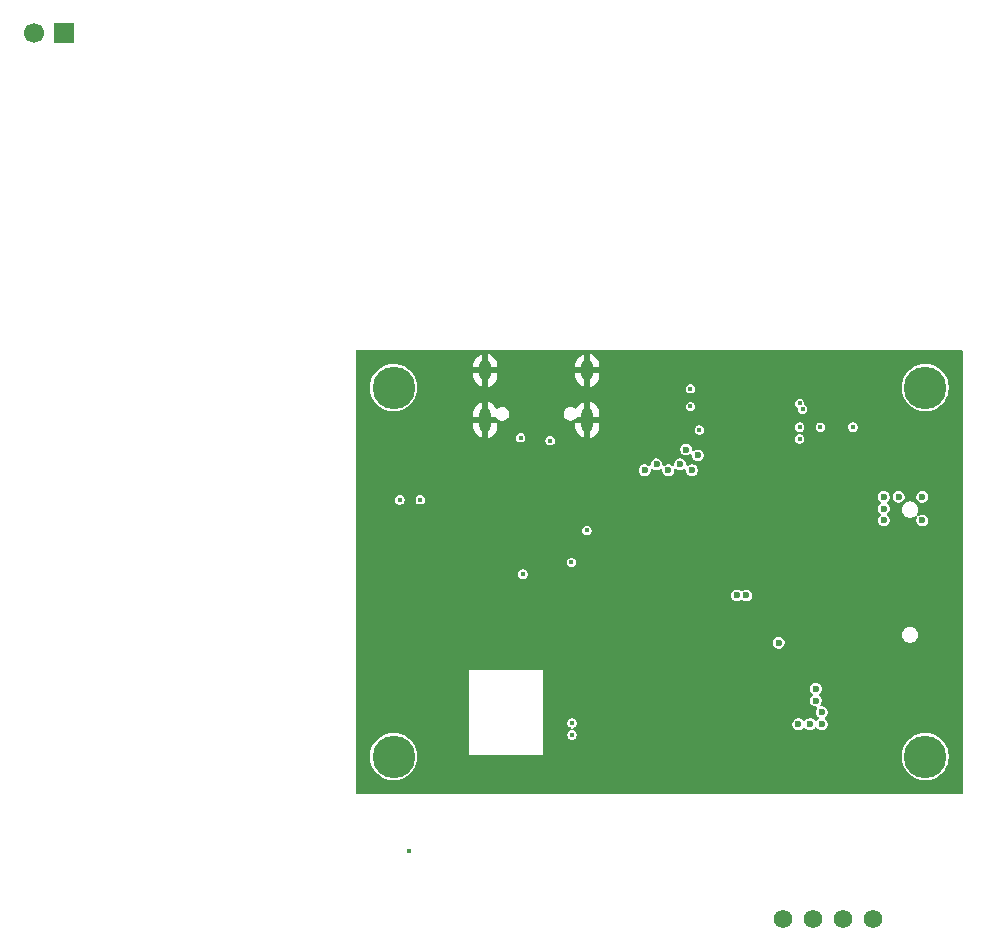
<source format=gbr>
%TF.GenerationSoftware,KiCad,Pcbnew,9.0.3*%
%TF.CreationDate,2025-08-10T22:23:36-07:00*%
%TF.ProjectId,PeripheralSOM,50657269-7068-4657-9261-6c534f4d2e6b,rev?*%
%TF.SameCoordinates,Original*%
%TF.FileFunction,Copper,L3,Inr*%
%TF.FilePolarity,Positive*%
%FSLAX46Y46*%
G04 Gerber Fmt 4.6, Leading zero omitted, Abs format (unit mm)*
G04 Created by KiCad (PCBNEW 9.0.3) date 2025-08-10 22:23:36*
%MOMM*%
%LPD*%
G01*
G04 APERTURE LIST*
%TA.AperFunction,ComponentPad*%
%ADD10C,1.574800*%
%TD*%
%TA.AperFunction,ComponentPad*%
%ADD11C,1.700000*%
%TD*%
%TA.AperFunction,ComponentPad*%
%ADD12R,1.700000X1.700000*%
%TD*%
%TA.AperFunction,ComponentPad*%
%ADD13C,3.600000*%
%TD*%
%TA.AperFunction,HeatsinkPad*%
%ADD14O,1.000000X2.100000*%
%TD*%
%TA.AperFunction,HeatsinkPad*%
%ADD15O,1.000000X1.800000*%
%TD*%
%TA.AperFunction,ViaPad*%
%ADD16C,0.600000*%
%TD*%
%TA.AperFunction,ViaPad*%
%ADD17C,0.400000*%
%TD*%
%TA.AperFunction,ViaPad*%
%ADD18C,0.450000*%
%TD*%
G04 APERTURE END LIST*
D10*
%TO.N,/MCU/SWDIO*%
%TO.C,J1*%
X154790000Y-122750000D03*
%TO.N,GND*%
X152250000Y-122750000D03*
%TO.N,/MCU/SWCLK*%
X149710000Y-122750000D03*
%TO.N,+3.3V*%
X147170000Y-122750000D03*
%TD*%
D11*
%TO.N,/CAN_L*%
%TO.C,JP1*%
X83760000Y-47700000D03*
D12*
%TO.N,Net-(JP1-A)*%
X86300000Y-47700000D03*
%TD*%
D13*
%TO.N,N/C*%
%TO.C,MH4*%
X159250000Y-109000000D03*
%TD*%
%TO.N,N/C*%
%TO.C,MH3*%
X114250000Y-109000000D03*
%TD*%
%TO.N,N/C*%
%TO.C,MH1*%
X114250000Y-77750000D03*
%TD*%
D14*
%TO.N,GND*%
%TO.C,J2*%
X130640000Y-80480000D03*
D15*
X130640000Y-76300000D03*
D14*
X122000000Y-80480000D03*
D15*
X122000000Y-76300000D03*
%TD*%
D13*
%TO.N,N/C*%
%TO.C,MH2*%
X159250000Y-77750000D03*
%TD*%
D16*
%TO.N,GND*%
X161000000Y-101750000D03*
X161000000Y-98750000D03*
X154000000Y-90750000D03*
X152750000Y-90000000D03*
X154000000Y-89250000D03*
X152750000Y-88500000D03*
X160750000Y-86000000D03*
X161750000Y-86500000D03*
X160750000Y-87000000D03*
X161750000Y-87500000D03*
%TO.N,+24V*%
X139000000Y-83000000D03*
X140000000Y-83500000D03*
X139500000Y-84750000D03*
X138500000Y-84250000D03*
X137500000Y-84750000D03*
X136500000Y-84250000D03*
X135500000Y-84750000D03*
X150000000Y-103250000D03*
X150000000Y-104250000D03*
X150500000Y-105250000D03*
X150500000Y-106250000D03*
X149500000Y-106250000D03*
X148500000Y-106250000D03*
%TO.N,+24V_EXT*%
X159000000Y-89000000D03*
X159000000Y-87000000D03*
X157000000Y-87000000D03*
X155750000Y-89000000D03*
X155750000Y-88000000D03*
X155750000Y-87000000D03*
%TO.N,GND*%
X161750000Y-101000000D03*
X160250000Y-101000000D03*
X161000000Y-100250000D03*
X160250000Y-99500000D03*
X161750000Y-99500000D03*
D17*
X115302500Y-83700000D03*
X132500000Y-91750000D03*
X115302500Y-84442500D03*
X114500000Y-84442500D03*
X116100000Y-85200000D03*
X121250000Y-89750000D03*
X118250000Y-89750000D03*
X116100000Y-83700000D03*
X115302500Y-85200000D03*
X114500000Y-85200000D03*
X116100000Y-84442500D03*
X114500000Y-83700000D03*
%TO.N,GNDA*%
X129350000Y-106150000D03*
%TO.N,VDDA*%
X129350000Y-107150000D03*
%TO.N,+5V*%
X125187500Y-93550000D03*
%TO.N,/PowerDist/PowerProtection/UVLO*%
X148624000Y-82100000D03*
%TO.N,/PowerDist/PowerProtection/OVP*%
X148624000Y-81100000D03*
X150374000Y-81100000D03*
%TO.N,/USB/CC1*%
X127500000Y-82250000D03*
%TO.N,/USB/CC2*%
X125000000Y-82000000D03*
%TO.N,Net-(SW2-B)*%
X115550000Y-117000000D03*
%TO.N,/PowerDist/PowerProtection/MODE*%
X148874000Y-79600000D03*
%TO.N,/PowerDist/PowerProtection/SHDN*%
X148624000Y-79100000D03*
X153124000Y-81100000D03*
%TO.N,/PowerDist/PowerProtection/ILIM*%
X139374000Y-79350000D03*
%TO.N,/PowerDist/PowerProtection/IMON*%
X139374000Y-77850000D03*
D16*
%TO.N,Net-(D1-K)*%
X143300000Y-95350000D03*
X144100000Y-95350000D03*
%TO.N,Net-(U2-BOOT)*%
X146850000Y-99350000D03*
D17*
%TO.N,Net-(U7-DVDT)*%
X140124000Y-81350000D03*
D18*
%TO.N,/USB/RST*%
X114750000Y-87250000D03*
D17*
%TO.N,/USB/VBUS*%
X116500000Y-87250000D03*
%TO.N,/PowerDist/ILIM*%
X130600000Y-89850000D03*
%TO.N,/PowerDist/STAT*%
X129300000Y-92550000D03*
%TD*%
%TA.AperFunction,Conductor*%
%TO.N,GND*%
G36*
X162392539Y-74570185D02*
G01*
X162438294Y-74622989D01*
X162449500Y-74674500D01*
X162449500Y-112075500D01*
X162429815Y-112142539D01*
X162377011Y-112188294D01*
X162325500Y-112199500D01*
X111174500Y-112199500D01*
X111107461Y-112179815D01*
X111061706Y-112127011D01*
X111050500Y-112075500D01*
X111050500Y-108868872D01*
X112249500Y-108868872D01*
X112249500Y-109131127D01*
X112276123Y-109333339D01*
X112283730Y-109391116D01*
X112351602Y-109644418D01*
X112351605Y-109644428D01*
X112451953Y-109886690D01*
X112451958Y-109886700D01*
X112583075Y-110113803D01*
X112742718Y-110321851D01*
X112742726Y-110321860D01*
X112928140Y-110507274D01*
X112928148Y-110507281D01*
X113136196Y-110666924D01*
X113363299Y-110798041D01*
X113363309Y-110798046D01*
X113605571Y-110898394D01*
X113605581Y-110898398D01*
X113858884Y-110966270D01*
X114118880Y-111000500D01*
X114118887Y-111000500D01*
X114381113Y-111000500D01*
X114381120Y-111000500D01*
X114641116Y-110966270D01*
X114894419Y-110898398D01*
X115136697Y-110798043D01*
X115363803Y-110666924D01*
X115571851Y-110507282D01*
X115571855Y-110507277D01*
X115571860Y-110507274D01*
X115757274Y-110321860D01*
X115757277Y-110321855D01*
X115757282Y-110321851D01*
X115916924Y-110113803D01*
X116048043Y-109886697D01*
X116148398Y-109644419D01*
X116216270Y-109391116D01*
X116250500Y-109131120D01*
X116250500Y-108900000D01*
X120600000Y-108900000D01*
X126850000Y-108900000D01*
X126850000Y-108868872D01*
X157249500Y-108868872D01*
X157249500Y-109131127D01*
X157276123Y-109333339D01*
X157283730Y-109391116D01*
X157351602Y-109644418D01*
X157351605Y-109644428D01*
X157451953Y-109886690D01*
X157451958Y-109886700D01*
X157583075Y-110113803D01*
X157742718Y-110321851D01*
X157742726Y-110321860D01*
X157928140Y-110507274D01*
X157928148Y-110507281D01*
X158136196Y-110666924D01*
X158363299Y-110798041D01*
X158363309Y-110798046D01*
X158605571Y-110898394D01*
X158605581Y-110898398D01*
X158858884Y-110966270D01*
X159118880Y-111000500D01*
X159118887Y-111000500D01*
X159381113Y-111000500D01*
X159381120Y-111000500D01*
X159641116Y-110966270D01*
X159894419Y-110898398D01*
X160136697Y-110798043D01*
X160363803Y-110666924D01*
X160571851Y-110507282D01*
X160571855Y-110507277D01*
X160571860Y-110507274D01*
X160757274Y-110321860D01*
X160757277Y-110321855D01*
X160757282Y-110321851D01*
X160916924Y-110113803D01*
X161048043Y-109886697D01*
X161148398Y-109644419D01*
X161216270Y-109391116D01*
X161250500Y-109131120D01*
X161250500Y-108868880D01*
X161216270Y-108608884D01*
X161148398Y-108355581D01*
X161148394Y-108355571D01*
X161048046Y-108113309D01*
X161048041Y-108113299D01*
X160916924Y-107886196D01*
X160757281Y-107678148D01*
X160757274Y-107678140D01*
X160571860Y-107492726D01*
X160571851Y-107492718D01*
X160363803Y-107333075D01*
X160136700Y-107201958D01*
X160136690Y-107201953D01*
X159894428Y-107101605D01*
X159894421Y-107101603D01*
X159894419Y-107101602D01*
X159641116Y-107033730D01*
X159583339Y-107026123D01*
X159381127Y-106999500D01*
X159381120Y-106999500D01*
X159118880Y-106999500D01*
X159118872Y-106999500D01*
X158887772Y-107029926D01*
X158858884Y-107033730D01*
X158621737Y-107097273D01*
X158605581Y-107101602D01*
X158605571Y-107101605D01*
X158363309Y-107201953D01*
X158363299Y-107201958D01*
X158136196Y-107333075D01*
X157928148Y-107492718D01*
X157742718Y-107678148D01*
X157583075Y-107886196D01*
X157451958Y-108113299D01*
X157451953Y-108113309D01*
X157351605Y-108355571D01*
X157351602Y-108355581D01*
X157283730Y-108608885D01*
X157249500Y-108868872D01*
X126850000Y-108868872D01*
X126850000Y-106097273D01*
X128949500Y-106097273D01*
X128949500Y-106202727D01*
X128976793Y-106304587D01*
X129029520Y-106395913D01*
X129104087Y-106470480D01*
X129195413Y-106523207D01*
X129221606Y-106530225D01*
X129281267Y-106566590D01*
X129311796Y-106629437D01*
X129303501Y-106698812D01*
X129259016Y-106752690D01*
X129221607Y-106769774D01*
X129195417Y-106776792D01*
X129195413Y-106776793D01*
X129195410Y-106776794D01*
X129104085Y-106829521D01*
X129029521Y-106904085D01*
X128976794Y-106995410D01*
X128976793Y-106995413D01*
X128949500Y-107097273D01*
X128949500Y-107202727D01*
X128976793Y-107304587D01*
X129029520Y-107395913D01*
X129104087Y-107470480D01*
X129195413Y-107523207D01*
X129297273Y-107550500D01*
X129297275Y-107550500D01*
X129402725Y-107550500D01*
X129402727Y-107550500D01*
X129504587Y-107523207D01*
X129595913Y-107470480D01*
X129670480Y-107395913D01*
X129723207Y-107304587D01*
X129750500Y-107202727D01*
X129750500Y-107097273D01*
X129723207Y-106995413D01*
X129670480Y-106904087D01*
X129595913Y-106829520D01*
X129504587Y-106776793D01*
X129504585Y-106776792D01*
X129488979Y-106772611D01*
X129478393Y-106769774D01*
X129418733Y-106733411D01*
X129388203Y-106670564D01*
X129396497Y-106601188D01*
X129440982Y-106547310D01*
X129478392Y-106530225D01*
X129504587Y-106523207D01*
X129595913Y-106470480D01*
X129670480Y-106395913D01*
X129723207Y-106304587D01*
X129750500Y-106202727D01*
X129750500Y-106184108D01*
X147999500Y-106184108D01*
X147999500Y-106315891D01*
X148033608Y-106443187D01*
X148049365Y-106470478D01*
X148099500Y-106557314D01*
X148192686Y-106650500D01*
X148306814Y-106716392D01*
X148434108Y-106750500D01*
X148434110Y-106750500D01*
X148565890Y-106750500D01*
X148565892Y-106750500D01*
X148693186Y-106716392D01*
X148807314Y-106650500D01*
X148900500Y-106557314D01*
X148900504Y-106557306D01*
X148901625Y-106555847D01*
X148902892Y-106554921D01*
X148906247Y-106551567D01*
X148906770Y-106552090D01*
X148958053Y-106514645D01*
X149027799Y-106510491D01*
X149088719Y-106544704D01*
X149098375Y-106555847D01*
X149099498Y-106557311D01*
X149099500Y-106557314D01*
X149192686Y-106650500D01*
X149306814Y-106716392D01*
X149434108Y-106750500D01*
X149434110Y-106750500D01*
X149565890Y-106750500D01*
X149565892Y-106750500D01*
X149693186Y-106716392D01*
X149807314Y-106650500D01*
X149900500Y-106557314D01*
X149900504Y-106557306D01*
X149901625Y-106555847D01*
X149902892Y-106554921D01*
X149906247Y-106551567D01*
X149906770Y-106552090D01*
X149958053Y-106514645D01*
X150027799Y-106510491D01*
X150088719Y-106544704D01*
X150098375Y-106555847D01*
X150099498Y-106557311D01*
X150099500Y-106557314D01*
X150192686Y-106650500D01*
X150306814Y-106716392D01*
X150434108Y-106750500D01*
X150434110Y-106750500D01*
X150565890Y-106750500D01*
X150565892Y-106750500D01*
X150693186Y-106716392D01*
X150807314Y-106650500D01*
X150900500Y-106557314D01*
X150966392Y-106443186D01*
X151000500Y-106315892D01*
X151000500Y-106184108D01*
X150966392Y-106056814D01*
X150900500Y-105942686D01*
X150807314Y-105849500D01*
X150807311Y-105849498D01*
X150805847Y-105848375D01*
X150804921Y-105847107D01*
X150801567Y-105843753D01*
X150802090Y-105843229D01*
X150764645Y-105791947D01*
X150760491Y-105722201D01*
X150794704Y-105661281D01*
X150805847Y-105651625D01*
X150807306Y-105650504D01*
X150807314Y-105650500D01*
X150900500Y-105557314D01*
X150966392Y-105443186D01*
X151000500Y-105315892D01*
X151000500Y-105184108D01*
X150966392Y-105056814D01*
X150900500Y-104942686D01*
X150807314Y-104849500D01*
X150750250Y-104816554D01*
X150693187Y-104783608D01*
X150629539Y-104766554D01*
X150565892Y-104749500D01*
X150504315Y-104749500D01*
X150437276Y-104729815D01*
X150391521Y-104677011D01*
X150381577Y-104607853D01*
X150396928Y-104563499D01*
X150400497Y-104557316D01*
X150400500Y-104557314D01*
X150466392Y-104443186D01*
X150500500Y-104315892D01*
X150500500Y-104184108D01*
X150466392Y-104056814D01*
X150400500Y-103942686D01*
X150307314Y-103849500D01*
X150307311Y-103849498D01*
X150305847Y-103848375D01*
X150304921Y-103847107D01*
X150301567Y-103843753D01*
X150302090Y-103843229D01*
X150264645Y-103791947D01*
X150260491Y-103722201D01*
X150294704Y-103661281D01*
X150305847Y-103651625D01*
X150307306Y-103650504D01*
X150307314Y-103650500D01*
X150400500Y-103557314D01*
X150466392Y-103443186D01*
X150500500Y-103315892D01*
X150500500Y-103184108D01*
X150466392Y-103056814D01*
X150400500Y-102942686D01*
X150307314Y-102849500D01*
X150250250Y-102816554D01*
X150193187Y-102783608D01*
X150129539Y-102766554D01*
X150065892Y-102749500D01*
X149934108Y-102749500D01*
X149806812Y-102783608D01*
X149692686Y-102849500D01*
X149692683Y-102849502D01*
X149599502Y-102942683D01*
X149599500Y-102942686D01*
X149533608Y-103056812D01*
X149499500Y-103184108D01*
X149499500Y-103315891D01*
X149533608Y-103443187D01*
X149566554Y-103500250D01*
X149599500Y-103557314D01*
X149599502Y-103557316D01*
X149692687Y-103650501D01*
X149694158Y-103651630D01*
X149695083Y-103652897D01*
X149698433Y-103656247D01*
X149697910Y-103656769D01*
X149735356Y-103708060D01*
X149739506Y-103777807D01*
X149705289Y-103838725D01*
X149694158Y-103848370D01*
X149692687Y-103849498D01*
X149599502Y-103942683D01*
X149599500Y-103942686D01*
X149533608Y-104056812D01*
X149499500Y-104184108D01*
X149499500Y-104315891D01*
X149533608Y-104443187D01*
X149566554Y-104500250D01*
X149599500Y-104557314D01*
X149692686Y-104650500D01*
X149806814Y-104716392D01*
X149934108Y-104750500D01*
X149934110Y-104750500D01*
X149995685Y-104750500D01*
X150062724Y-104770185D01*
X150108479Y-104822989D01*
X150118423Y-104892147D01*
X150103072Y-104936501D01*
X150099502Y-104942683D01*
X150099500Y-104942686D01*
X150069509Y-104994630D01*
X150033608Y-105056812D01*
X149999500Y-105184108D01*
X149999500Y-105315891D01*
X150033608Y-105443187D01*
X150066554Y-105500250D01*
X150099500Y-105557314D01*
X150099502Y-105557316D01*
X150192687Y-105650501D01*
X150194158Y-105651630D01*
X150195083Y-105652897D01*
X150198433Y-105656247D01*
X150197910Y-105656769D01*
X150204241Y-105665442D01*
X150217931Y-105675690D01*
X150224414Y-105693073D01*
X150235356Y-105708060D01*
X150236371Y-105725131D01*
X150242348Y-105741154D01*
X150238403Y-105759284D01*
X150239506Y-105777807D01*
X150231055Y-105793065D01*
X150227496Y-105809427D01*
X150211909Y-105827634D01*
X150206345Y-105837681D01*
X150197039Y-105846986D01*
X150192686Y-105849500D01*
X150099500Y-105942686D01*
X150096986Y-105947039D01*
X150087681Y-105956345D01*
X150063862Y-105969350D01*
X150041940Y-105985356D01*
X150033647Y-105985849D01*
X150026358Y-105989830D01*
X149999285Y-105987893D01*
X149972193Y-105989506D01*
X149964951Y-105985438D01*
X149956666Y-105984846D01*
X149934938Y-105968580D01*
X149911275Y-105955289D01*
X149901630Y-105944158D01*
X149900501Y-105942687D01*
X149807316Y-105849502D01*
X149807314Y-105849500D01*
X149737906Y-105809427D01*
X149693187Y-105783608D01*
X149629539Y-105766554D01*
X149565892Y-105749500D01*
X149434108Y-105749500D01*
X149306812Y-105783608D01*
X149192686Y-105849500D01*
X149192683Y-105849502D01*
X149099498Y-105942687D01*
X149098370Y-105944158D01*
X149097102Y-105945083D01*
X149093753Y-105948433D01*
X149093230Y-105947910D01*
X149041940Y-105985356D01*
X148972193Y-105989506D01*
X148911275Y-105955289D01*
X148901630Y-105944158D01*
X148900501Y-105942687D01*
X148807316Y-105849502D01*
X148807314Y-105849500D01*
X148737906Y-105809427D01*
X148693187Y-105783608D01*
X148629539Y-105766554D01*
X148565892Y-105749500D01*
X148434108Y-105749500D01*
X148306812Y-105783608D01*
X148192686Y-105849500D01*
X148192683Y-105849502D01*
X148099502Y-105942683D01*
X148099500Y-105942686D01*
X148033608Y-106056812D01*
X147999500Y-106184108D01*
X129750500Y-106184108D01*
X129750500Y-106097273D01*
X129723207Y-105995413D01*
X129670480Y-105904087D01*
X129595913Y-105829520D01*
X129516391Y-105783608D01*
X129504589Y-105776794D01*
X129504588Y-105776793D01*
X129504587Y-105776793D01*
X129402727Y-105749500D01*
X129297273Y-105749500D01*
X129195413Y-105776793D01*
X129195410Y-105776794D01*
X129104085Y-105829521D01*
X129029521Y-105904085D01*
X128976794Y-105995410D01*
X128976793Y-105995413D01*
X128949500Y-106097273D01*
X126850000Y-106097273D01*
X126850000Y-101650000D01*
X120600000Y-101650000D01*
X120600000Y-108900000D01*
X116250500Y-108900000D01*
X116250500Y-108868880D01*
X116216270Y-108608884D01*
X116148398Y-108355581D01*
X116148394Y-108355571D01*
X116048046Y-108113309D01*
X116048041Y-108113299D01*
X115916924Y-107886196D01*
X115757281Y-107678148D01*
X115757274Y-107678140D01*
X115571860Y-107492726D01*
X115571851Y-107492718D01*
X115363803Y-107333075D01*
X115136700Y-107201958D01*
X115136690Y-107201953D01*
X114894428Y-107101605D01*
X114894421Y-107101603D01*
X114894419Y-107101602D01*
X114641116Y-107033730D01*
X114583339Y-107026123D01*
X114381127Y-106999500D01*
X114381120Y-106999500D01*
X114118880Y-106999500D01*
X114118872Y-106999500D01*
X113887772Y-107029926D01*
X113858884Y-107033730D01*
X113621737Y-107097273D01*
X113605581Y-107101602D01*
X113605571Y-107101605D01*
X113363309Y-107201953D01*
X113363299Y-107201958D01*
X113136196Y-107333075D01*
X112928148Y-107492718D01*
X112742718Y-107678148D01*
X112583075Y-107886196D01*
X112451958Y-108113299D01*
X112451953Y-108113309D01*
X112351605Y-108355571D01*
X112351602Y-108355581D01*
X112283730Y-108608885D01*
X112249500Y-108868872D01*
X111050500Y-108868872D01*
X111050500Y-99284108D01*
X146349500Y-99284108D01*
X146349500Y-99415891D01*
X146383608Y-99543187D01*
X146416554Y-99600250D01*
X146449500Y-99657314D01*
X146542686Y-99750500D01*
X146656814Y-99816392D01*
X146784108Y-99850500D01*
X146784110Y-99850500D01*
X146915890Y-99850500D01*
X146915892Y-99850500D01*
X147043186Y-99816392D01*
X147157314Y-99750500D01*
X147250500Y-99657314D01*
X147316392Y-99543186D01*
X147350500Y-99415892D01*
X147350500Y-99284108D01*
X147316392Y-99156814D01*
X147250500Y-99042686D01*
X147157314Y-98949500D01*
X147100250Y-98916554D01*
X147043187Y-98883608D01*
X146979539Y-98866554D01*
X146915892Y-98849500D01*
X146784108Y-98849500D01*
X146656812Y-98883608D01*
X146542686Y-98949500D01*
X146542683Y-98949502D01*
X146449502Y-99042683D01*
X146449500Y-99042686D01*
X146383608Y-99156812D01*
X146349500Y-99284108D01*
X111050500Y-99284108D01*
X111050500Y-98741927D01*
X157270499Y-98741927D01*
X157296611Y-98873197D01*
X157296614Y-98873207D01*
X157347831Y-98996857D01*
X157347838Y-98996870D01*
X157422197Y-99108155D01*
X157422200Y-99108159D01*
X157516840Y-99202799D01*
X157516844Y-99202802D01*
X157628129Y-99277161D01*
X157628142Y-99277168D01*
X157751792Y-99328385D01*
X157751797Y-99328387D01*
X157751801Y-99328387D01*
X157751802Y-99328388D01*
X157883072Y-99354500D01*
X157883075Y-99354500D01*
X158016927Y-99354500D01*
X158105244Y-99336932D01*
X158148203Y-99328387D01*
X158271864Y-99277165D01*
X158383156Y-99202802D01*
X158477802Y-99108156D01*
X158552165Y-98996864D01*
X158603387Y-98873203D01*
X158629500Y-98741925D01*
X158629500Y-98608075D01*
X158629500Y-98608072D01*
X158603388Y-98476802D01*
X158603387Y-98476801D01*
X158603387Y-98476797D01*
X158603385Y-98476792D01*
X158552168Y-98353142D01*
X158552161Y-98353129D01*
X158477802Y-98241844D01*
X158477799Y-98241840D01*
X158383159Y-98147200D01*
X158383155Y-98147197D01*
X158271870Y-98072838D01*
X158271857Y-98072831D01*
X158148207Y-98021614D01*
X158148197Y-98021611D01*
X158016927Y-97995500D01*
X158016925Y-97995500D01*
X157883075Y-97995500D01*
X157883073Y-97995500D01*
X157751802Y-98021611D01*
X157751792Y-98021614D01*
X157628142Y-98072831D01*
X157628129Y-98072838D01*
X157516844Y-98147197D01*
X157516840Y-98147200D01*
X157422200Y-98241840D01*
X157422197Y-98241844D01*
X157347838Y-98353129D01*
X157347831Y-98353142D01*
X157296614Y-98476792D01*
X157296611Y-98476802D01*
X157270500Y-98608072D01*
X157270500Y-98608075D01*
X157270500Y-98741925D01*
X157270500Y-98741927D01*
X157270499Y-98741927D01*
X111050500Y-98741927D01*
X111050500Y-95284108D01*
X142799500Y-95284108D01*
X142799500Y-95415891D01*
X142833608Y-95543187D01*
X142866554Y-95600250D01*
X142899500Y-95657314D01*
X142992686Y-95750500D01*
X143106814Y-95816392D01*
X143234108Y-95850500D01*
X143234110Y-95850500D01*
X143365890Y-95850500D01*
X143365892Y-95850500D01*
X143493186Y-95816392D01*
X143607314Y-95750500D01*
X143612319Y-95745495D01*
X143673642Y-95712010D01*
X143743334Y-95716994D01*
X143787681Y-95745495D01*
X143792686Y-95750500D01*
X143906814Y-95816392D01*
X144034108Y-95850500D01*
X144034110Y-95850500D01*
X144165890Y-95850500D01*
X144165892Y-95850500D01*
X144293186Y-95816392D01*
X144407314Y-95750500D01*
X144500500Y-95657314D01*
X144566392Y-95543186D01*
X144600500Y-95415892D01*
X144600500Y-95284108D01*
X144566392Y-95156814D01*
X144500500Y-95042686D01*
X144407314Y-94949500D01*
X144350250Y-94916554D01*
X144293187Y-94883608D01*
X144229539Y-94866554D01*
X144165892Y-94849500D01*
X144034108Y-94849500D01*
X143906812Y-94883608D01*
X143792686Y-94949500D01*
X143792683Y-94949502D01*
X143787681Y-94954505D01*
X143726358Y-94987990D01*
X143656666Y-94983006D01*
X143612319Y-94954505D01*
X143607316Y-94949502D01*
X143607314Y-94949500D01*
X143550250Y-94916554D01*
X143493187Y-94883608D01*
X143429539Y-94866554D01*
X143365892Y-94849500D01*
X143234108Y-94849500D01*
X143106812Y-94883608D01*
X142992686Y-94949500D01*
X142992683Y-94949502D01*
X142899502Y-95042683D01*
X142899500Y-95042686D01*
X142833608Y-95156812D01*
X142799500Y-95284108D01*
X111050500Y-95284108D01*
X111050500Y-93497273D01*
X124787000Y-93497273D01*
X124787000Y-93602727D01*
X124814293Y-93704587D01*
X124867020Y-93795913D01*
X124941587Y-93870480D01*
X125032913Y-93923207D01*
X125134773Y-93950500D01*
X125134775Y-93950500D01*
X125240225Y-93950500D01*
X125240227Y-93950500D01*
X125342087Y-93923207D01*
X125433413Y-93870480D01*
X125507980Y-93795913D01*
X125560707Y-93704587D01*
X125588000Y-93602727D01*
X125588000Y-93497273D01*
X125560707Y-93395413D01*
X125507980Y-93304087D01*
X125433413Y-93229520D01*
X125342087Y-93176793D01*
X125240227Y-93149500D01*
X125134773Y-93149500D01*
X125032913Y-93176793D01*
X125032910Y-93176794D01*
X124941585Y-93229521D01*
X124867021Y-93304085D01*
X124814294Y-93395410D01*
X124814293Y-93395413D01*
X124787000Y-93497273D01*
X111050500Y-93497273D01*
X111050500Y-92497273D01*
X128899500Y-92497273D01*
X128899500Y-92602727D01*
X128926793Y-92704587D01*
X128979520Y-92795913D01*
X129054087Y-92870480D01*
X129145413Y-92923207D01*
X129247273Y-92950500D01*
X129247275Y-92950500D01*
X129352725Y-92950500D01*
X129352727Y-92950500D01*
X129454587Y-92923207D01*
X129545913Y-92870480D01*
X129620480Y-92795913D01*
X129673207Y-92704587D01*
X129700500Y-92602727D01*
X129700500Y-92497273D01*
X129673207Y-92395413D01*
X129620480Y-92304087D01*
X129545913Y-92229520D01*
X129454587Y-92176793D01*
X129352727Y-92149500D01*
X129247273Y-92149500D01*
X129145413Y-92176793D01*
X129145410Y-92176794D01*
X129054085Y-92229521D01*
X128979521Y-92304085D01*
X128926794Y-92395410D01*
X128926793Y-92395413D01*
X128899500Y-92497273D01*
X111050500Y-92497273D01*
X111050500Y-89797273D01*
X130199500Y-89797273D01*
X130199500Y-89902727D01*
X130226793Y-90004587D01*
X130279520Y-90095913D01*
X130354087Y-90170480D01*
X130445413Y-90223207D01*
X130547273Y-90250500D01*
X130547275Y-90250500D01*
X130652725Y-90250500D01*
X130652727Y-90250500D01*
X130754587Y-90223207D01*
X130845913Y-90170480D01*
X130920480Y-90095913D01*
X130973207Y-90004587D01*
X131000500Y-89902727D01*
X131000500Y-89797273D01*
X130973207Y-89695413D01*
X130920480Y-89604087D01*
X130845913Y-89529520D01*
X130754587Y-89476793D01*
X130652727Y-89449500D01*
X130547273Y-89449500D01*
X130445413Y-89476793D01*
X130445410Y-89476794D01*
X130354085Y-89529521D01*
X130279521Y-89604085D01*
X130226794Y-89695410D01*
X130226793Y-89695413D01*
X130199500Y-89797273D01*
X111050500Y-89797273D01*
X111050500Y-87193982D01*
X114324500Y-87193982D01*
X114324500Y-87306018D01*
X114350912Y-87404587D01*
X114353497Y-87414236D01*
X114353498Y-87414239D01*
X114357756Y-87421614D01*
X114409515Y-87511263D01*
X114488737Y-87590485D01*
X114585763Y-87646503D01*
X114693982Y-87675500D01*
X114693984Y-87675500D01*
X114806016Y-87675500D01*
X114806018Y-87675500D01*
X114914237Y-87646503D01*
X115011263Y-87590485D01*
X115090485Y-87511263D01*
X115146503Y-87414237D01*
X115175500Y-87306018D01*
X115175500Y-87197273D01*
X116099500Y-87197273D01*
X116099500Y-87302727D01*
X116126000Y-87401625D01*
X116126793Y-87404586D01*
X116126794Y-87404589D01*
X116140922Y-87429059D01*
X116179520Y-87495913D01*
X116254087Y-87570480D01*
X116345413Y-87623207D01*
X116447273Y-87650500D01*
X116447275Y-87650500D01*
X116552725Y-87650500D01*
X116552727Y-87650500D01*
X116654587Y-87623207D01*
X116745913Y-87570480D01*
X116820480Y-87495913D01*
X116873207Y-87404587D01*
X116900500Y-87302727D01*
X116900500Y-87197273D01*
X116873207Y-87095413D01*
X116820480Y-87004087D01*
X116750501Y-86934108D01*
X155249500Y-86934108D01*
X155249500Y-87065892D01*
X155257409Y-87095410D01*
X155283608Y-87193187D01*
X155316554Y-87250250D01*
X155349500Y-87307314D01*
X155349502Y-87307316D01*
X155442687Y-87400501D01*
X155444158Y-87401630D01*
X155445083Y-87402897D01*
X155448433Y-87406247D01*
X155447910Y-87406769D01*
X155485356Y-87458060D01*
X155489506Y-87527807D01*
X155455289Y-87588725D01*
X155444158Y-87598370D01*
X155442687Y-87599498D01*
X155349502Y-87692683D01*
X155349500Y-87692686D01*
X155283608Y-87806812D01*
X155249500Y-87934108D01*
X155249500Y-88065891D01*
X155283608Y-88193187D01*
X155316554Y-88250250D01*
X155349500Y-88307314D01*
X155349502Y-88307316D01*
X155442687Y-88400501D01*
X155444158Y-88401630D01*
X155445083Y-88402897D01*
X155448433Y-88406247D01*
X155447910Y-88406769D01*
X155485356Y-88458060D01*
X155489506Y-88527807D01*
X155455289Y-88588725D01*
X155444158Y-88598370D01*
X155442687Y-88599498D01*
X155349502Y-88692683D01*
X155349500Y-88692686D01*
X155283608Y-88806812D01*
X155249500Y-88934108D01*
X155249500Y-89065891D01*
X155283608Y-89193187D01*
X155316554Y-89250250D01*
X155349500Y-89307314D01*
X155442686Y-89400500D01*
X155556814Y-89466392D01*
X155684108Y-89500500D01*
X155684110Y-89500500D01*
X155815890Y-89500500D01*
X155815892Y-89500500D01*
X155943186Y-89466392D01*
X156057314Y-89400500D01*
X156150500Y-89307314D01*
X156216392Y-89193186D01*
X156250500Y-89065892D01*
X156250500Y-88934108D01*
X156216392Y-88806814D01*
X156150500Y-88692686D01*
X156057314Y-88599500D01*
X156057311Y-88599498D01*
X156055847Y-88598375D01*
X156054921Y-88597107D01*
X156051567Y-88593753D01*
X156052090Y-88593229D01*
X156014645Y-88541947D01*
X156010491Y-88472201D01*
X156044704Y-88411281D01*
X156055847Y-88401625D01*
X156057306Y-88400504D01*
X156057314Y-88400500D01*
X156150500Y-88307314D01*
X156216392Y-88193186D01*
X156230127Y-88141927D01*
X157270499Y-88141927D01*
X157296611Y-88273197D01*
X157296614Y-88273207D01*
X157347831Y-88396857D01*
X157347838Y-88396870D01*
X157422197Y-88508155D01*
X157422200Y-88508159D01*
X157516840Y-88602799D01*
X157516844Y-88602802D01*
X157628129Y-88677161D01*
X157628142Y-88677168D01*
X157743651Y-88725013D01*
X157751797Y-88728387D01*
X157751801Y-88728387D01*
X157751802Y-88728388D01*
X157883072Y-88754500D01*
X157883075Y-88754500D01*
X158016927Y-88754500D01*
X158105244Y-88736932D01*
X158148203Y-88728387D01*
X158271864Y-88677165D01*
X158377684Y-88606457D01*
X158444359Y-88585581D01*
X158511739Y-88604065D01*
X158558430Y-88656044D01*
X158569606Y-88725013D01*
X158553961Y-88771560D01*
X158533608Y-88806811D01*
X158499500Y-88934108D01*
X158499500Y-89065891D01*
X158533608Y-89193187D01*
X158566554Y-89250250D01*
X158599500Y-89307314D01*
X158692686Y-89400500D01*
X158806814Y-89466392D01*
X158934108Y-89500500D01*
X158934110Y-89500500D01*
X159065890Y-89500500D01*
X159065892Y-89500500D01*
X159193186Y-89466392D01*
X159307314Y-89400500D01*
X159400500Y-89307314D01*
X159466392Y-89193186D01*
X159500500Y-89065892D01*
X159500500Y-88934108D01*
X159466392Y-88806814D01*
X159400500Y-88692686D01*
X159307314Y-88599500D01*
X159207630Y-88541947D01*
X159193187Y-88533608D01*
X159098208Y-88508159D01*
X159065892Y-88499500D01*
X158934108Y-88499500D01*
X158806814Y-88533608D01*
X158806813Y-88533608D01*
X158806811Y-88533609D01*
X158806810Y-88533609D01*
X158704033Y-88592948D01*
X158636133Y-88609421D01*
X158570106Y-88586568D01*
X158526915Y-88531647D01*
X158520274Y-88462094D01*
X158538932Y-88416668D01*
X158552165Y-88396864D01*
X158603387Y-88273203D01*
X158619303Y-88193187D01*
X158629500Y-88141927D01*
X158629500Y-88008072D01*
X158603388Y-87876802D01*
X158603387Y-87876801D01*
X158603387Y-87876797D01*
X158574399Y-87806814D01*
X158552168Y-87753142D01*
X158552161Y-87753129D01*
X158477802Y-87641844D01*
X158477799Y-87641840D01*
X158383159Y-87547200D01*
X158383155Y-87547197D01*
X158271870Y-87472838D01*
X158271857Y-87472831D01*
X158148207Y-87421614D01*
X158148197Y-87421611D01*
X158016927Y-87395500D01*
X158016925Y-87395500D01*
X157883075Y-87395500D01*
X157883073Y-87395500D01*
X157751802Y-87421611D01*
X157751792Y-87421614D01*
X157628142Y-87472831D01*
X157628129Y-87472838D01*
X157516844Y-87547197D01*
X157516840Y-87547200D01*
X157422200Y-87641840D01*
X157422197Y-87641844D01*
X157347838Y-87753129D01*
X157347831Y-87753142D01*
X157296614Y-87876792D01*
X157296611Y-87876802D01*
X157270500Y-88008072D01*
X157270500Y-88008075D01*
X157270500Y-88141925D01*
X157270500Y-88141927D01*
X157270499Y-88141927D01*
X156230127Y-88141927D01*
X156250500Y-88065892D01*
X156250500Y-87934108D01*
X156216392Y-87806814D01*
X156150500Y-87692686D01*
X156057314Y-87599500D01*
X156057311Y-87599498D01*
X156055847Y-87598375D01*
X156054921Y-87597107D01*
X156051567Y-87593753D01*
X156052090Y-87593229D01*
X156014645Y-87541947D01*
X156010491Y-87472201D01*
X156044704Y-87411281D01*
X156055847Y-87401625D01*
X156057306Y-87400504D01*
X156057314Y-87400500D01*
X156150500Y-87307314D01*
X156216392Y-87193186D01*
X156250500Y-87065892D01*
X156250500Y-86934108D01*
X156499500Y-86934108D01*
X156499500Y-87065892D01*
X156507409Y-87095410D01*
X156533608Y-87193187D01*
X156566554Y-87250250D01*
X156599500Y-87307314D01*
X156692686Y-87400500D01*
X156806814Y-87466392D01*
X156934108Y-87500500D01*
X156934110Y-87500500D01*
X157065890Y-87500500D01*
X157065892Y-87500500D01*
X157193186Y-87466392D01*
X157307314Y-87400500D01*
X157400500Y-87307314D01*
X157466392Y-87193186D01*
X157500500Y-87065892D01*
X157500500Y-86934108D01*
X158499500Y-86934108D01*
X158499500Y-87065892D01*
X158507409Y-87095410D01*
X158533608Y-87193187D01*
X158566554Y-87250250D01*
X158599500Y-87307314D01*
X158692686Y-87400500D01*
X158806814Y-87466392D01*
X158934108Y-87500500D01*
X158934110Y-87500500D01*
X159065890Y-87500500D01*
X159065892Y-87500500D01*
X159193186Y-87466392D01*
X159307314Y-87400500D01*
X159400500Y-87307314D01*
X159466392Y-87193186D01*
X159500500Y-87065892D01*
X159500500Y-86934108D01*
X159466392Y-86806814D01*
X159400500Y-86692686D01*
X159307314Y-86599500D01*
X159250250Y-86566554D01*
X159193187Y-86533608D01*
X159129539Y-86516554D01*
X159065892Y-86499500D01*
X158934108Y-86499500D01*
X158806812Y-86533608D01*
X158692686Y-86599500D01*
X158692683Y-86599502D01*
X158599502Y-86692683D01*
X158599500Y-86692686D01*
X158533608Y-86806812D01*
X158528869Y-86824500D01*
X158499500Y-86934108D01*
X157500500Y-86934108D01*
X157466392Y-86806814D01*
X157400500Y-86692686D01*
X157307314Y-86599500D01*
X157250250Y-86566554D01*
X157193187Y-86533608D01*
X157129539Y-86516554D01*
X157065892Y-86499500D01*
X156934108Y-86499500D01*
X156806812Y-86533608D01*
X156692686Y-86599500D01*
X156692683Y-86599502D01*
X156599502Y-86692683D01*
X156599500Y-86692686D01*
X156533608Y-86806812D01*
X156528869Y-86824500D01*
X156499500Y-86934108D01*
X156250500Y-86934108D01*
X156216392Y-86806814D01*
X156150500Y-86692686D01*
X156057314Y-86599500D01*
X156000250Y-86566554D01*
X155943187Y-86533608D01*
X155879539Y-86516554D01*
X155815892Y-86499500D01*
X155684108Y-86499500D01*
X155556812Y-86533608D01*
X155442686Y-86599500D01*
X155442683Y-86599502D01*
X155349502Y-86692683D01*
X155349500Y-86692686D01*
X155283608Y-86806812D01*
X155278869Y-86824500D01*
X155249500Y-86934108D01*
X116750501Y-86934108D01*
X116745913Y-86929520D01*
X116654587Y-86876793D01*
X116552727Y-86849500D01*
X116447273Y-86849500D01*
X116345413Y-86876793D01*
X116345410Y-86876794D01*
X116254085Y-86929521D01*
X116179521Y-87004085D01*
X116126794Y-87095410D01*
X116126793Y-87095413D01*
X116099500Y-87197273D01*
X115175500Y-87197273D01*
X115175500Y-87193982D01*
X115146503Y-87085763D01*
X115090485Y-86988737D01*
X115011263Y-86909515D01*
X114914237Y-86853497D01*
X114806018Y-86824500D01*
X114693982Y-86824500D01*
X114585763Y-86853497D01*
X114585760Y-86853498D01*
X114488740Y-86909513D01*
X114488734Y-86909517D01*
X114409517Y-86988734D01*
X114409513Y-86988740D01*
X114353498Y-87085760D01*
X114353497Y-87085763D01*
X114324500Y-87193982D01*
X111050500Y-87193982D01*
X111050500Y-84684108D01*
X134999500Y-84684108D01*
X134999500Y-84815891D01*
X135033608Y-84943187D01*
X135066554Y-85000250D01*
X135099500Y-85057314D01*
X135192686Y-85150500D01*
X135306814Y-85216392D01*
X135434108Y-85250500D01*
X135434110Y-85250500D01*
X135565890Y-85250500D01*
X135565892Y-85250500D01*
X135693186Y-85216392D01*
X135807314Y-85150500D01*
X135900500Y-85057314D01*
X135966392Y-84943186D01*
X136000500Y-84815892D01*
X136000500Y-84754315D01*
X136020185Y-84687276D01*
X136072989Y-84641521D01*
X136142147Y-84631577D01*
X136186501Y-84646928D01*
X136192683Y-84650497D01*
X136192686Y-84650500D01*
X136306814Y-84716392D01*
X136434108Y-84750500D01*
X136434110Y-84750500D01*
X136565890Y-84750500D01*
X136565892Y-84750500D01*
X136693186Y-84716392D01*
X136807314Y-84650500D01*
X136807316Y-84650497D01*
X136813499Y-84646928D01*
X136881399Y-84630455D01*
X136947426Y-84653307D01*
X136990617Y-84708228D01*
X136999500Y-84754315D01*
X136999500Y-84815891D01*
X137033608Y-84943187D01*
X137066554Y-85000250D01*
X137099500Y-85057314D01*
X137192686Y-85150500D01*
X137306814Y-85216392D01*
X137434108Y-85250500D01*
X137434110Y-85250500D01*
X137565890Y-85250500D01*
X137565892Y-85250500D01*
X137693186Y-85216392D01*
X137807314Y-85150500D01*
X137900500Y-85057314D01*
X137966392Y-84943186D01*
X138000500Y-84815892D01*
X138000500Y-84754315D01*
X138020185Y-84687276D01*
X138072989Y-84641521D01*
X138142147Y-84631577D01*
X138186501Y-84646928D01*
X138192683Y-84650497D01*
X138192686Y-84650500D01*
X138306814Y-84716392D01*
X138434108Y-84750500D01*
X138434110Y-84750500D01*
X138565890Y-84750500D01*
X138565892Y-84750500D01*
X138693186Y-84716392D01*
X138807314Y-84650500D01*
X138807316Y-84650497D01*
X138813499Y-84646928D01*
X138881399Y-84630455D01*
X138947426Y-84653307D01*
X138990617Y-84708228D01*
X138999500Y-84754315D01*
X138999500Y-84815891D01*
X139033608Y-84943187D01*
X139066554Y-85000250D01*
X139099500Y-85057314D01*
X139192686Y-85150500D01*
X139306814Y-85216392D01*
X139434108Y-85250500D01*
X139434110Y-85250500D01*
X139565890Y-85250500D01*
X139565892Y-85250500D01*
X139693186Y-85216392D01*
X139807314Y-85150500D01*
X139900500Y-85057314D01*
X139966392Y-84943186D01*
X140000500Y-84815892D01*
X140000500Y-84684108D01*
X139966392Y-84556814D01*
X139900500Y-84442686D01*
X139807314Y-84349500D01*
X139743615Y-84312723D01*
X139693187Y-84283608D01*
X139629539Y-84266554D01*
X139565892Y-84249500D01*
X139434108Y-84249500D01*
X139306814Y-84283608D01*
X139306813Y-84283608D01*
X139306811Y-84283609D01*
X139306810Y-84283609D01*
X139186500Y-84353071D01*
X139118600Y-84369544D01*
X139052573Y-84346692D01*
X139009382Y-84291770D01*
X139000500Y-84245684D01*
X139000500Y-84184110D01*
X139000500Y-84184108D01*
X138966392Y-84056814D01*
X138900500Y-83942686D01*
X138807314Y-83849500D01*
X138750250Y-83816554D01*
X138693187Y-83783608D01*
X138629539Y-83766554D01*
X138565892Y-83749500D01*
X138434108Y-83749500D01*
X138306812Y-83783608D01*
X138192686Y-83849500D01*
X138192683Y-83849502D01*
X138099502Y-83942683D01*
X138099500Y-83942686D01*
X138033608Y-84056812D01*
X137999500Y-84184108D01*
X137999500Y-84245684D01*
X137979815Y-84312723D01*
X137927011Y-84358478D01*
X137857853Y-84368422D01*
X137813500Y-84353071D01*
X137693189Y-84283609D01*
X137693186Y-84283608D01*
X137565892Y-84249500D01*
X137434108Y-84249500D01*
X137306814Y-84283608D01*
X137306813Y-84283608D01*
X137306811Y-84283609D01*
X137306810Y-84283609D01*
X137186500Y-84353071D01*
X137118600Y-84369544D01*
X137052573Y-84346692D01*
X137009382Y-84291770D01*
X137000500Y-84245684D01*
X137000500Y-84184110D01*
X137000500Y-84184108D01*
X136966392Y-84056814D01*
X136900500Y-83942686D01*
X136807314Y-83849500D01*
X136750250Y-83816554D01*
X136693187Y-83783608D01*
X136629539Y-83766554D01*
X136565892Y-83749500D01*
X136434108Y-83749500D01*
X136306812Y-83783608D01*
X136192686Y-83849500D01*
X136192683Y-83849502D01*
X136099502Y-83942683D01*
X136099500Y-83942686D01*
X136033608Y-84056812D01*
X135999500Y-84184108D01*
X135999500Y-84245684D01*
X135979815Y-84312723D01*
X135927011Y-84358478D01*
X135857853Y-84368422D01*
X135813500Y-84353071D01*
X135693189Y-84283609D01*
X135693186Y-84283608D01*
X135565892Y-84249500D01*
X135434108Y-84249500D01*
X135306812Y-84283608D01*
X135192686Y-84349500D01*
X135192683Y-84349502D01*
X135099502Y-84442683D01*
X135099500Y-84442686D01*
X135033608Y-84556812D01*
X134999500Y-84684108D01*
X111050500Y-84684108D01*
X111050500Y-82934108D01*
X138499500Y-82934108D01*
X138499500Y-83065891D01*
X138533608Y-83193187D01*
X138566554Y-83250250D01*
X138599500Y-83307314D01*
X138692686Y-83400500D01*
X138806814Y-83466392D01*
X138934108Y-83500500D01*
X138934110Y-83500500D01*
X139065890Y-83500500D01*
X139065892Y-83500500D01*
X139193186Y-83466392D01*
X139307314Y-83400500D01*
X139307316Y-83400497D01*
X139313499Y-83396928D01*
X139381399Y-83380455D01*
X139447426Y-83403307D01*
X139490617Y-83458228D01*
X139499500Y-83504315D01*
X139499500Y-83565891D01*
X139533608Y-83693187D01*
X139566121Y-83749500D01*
X139599500Y-83807314D01*
X139692686Y-83900500D01*
X139806814Y-83966392D01*
X139934108Y-84000500D01*
X139934110Y-84000500D01*
X140065890Y-84000500D01*
X140065892Y-84000500D01*
X140193186Y-83966392D01*
X140307314Y-83900500D01*
X140400500Y-83807314D01*
X140466392Y-83693186D01*
X140500500Y-83565892D01*
X140500500Y-83434108D01*
X140466392Y-83306814D01*
X140400500Y-83192686D01*
X140307314Y-83099500D01*
X140249102Y-83065891D01*
X140193187Y-83033608D01*
X140129539Y-83016554D01*
X140065892Y-82999500D01*
X139934108Y-82999500D01*
X139806814Y-83033608D01*
X139806813Y-83033608D01*
X139806811Y-83033609D01*
X139806810Y-83033609D01*
X139686500Y-83103071D01*
X139618600Y-83119544D01*
X139552573Y-83096692D01*
X139509382Y-83041770D01*
X139500500Y-82995684D01*
X139500500Y-82934110D01*
X139500500Y-82934108D01*
X139466392Y-82806814D01*
X139400500Y-82692686D01*
X139307314Y-82599500D01*
X139250250Y-82566554D01*
X139193187Y-82533608D01*
X139129539Y-82516554D01*
X139065892Y-82499500D01*
X138934108Y-82499500D01*
X138806812Y-82533608D01*
X138692686Y-82599500D01*
X138692683Y-82599502D01*
X138599502Y-82692683D01*
X138599500Y-82692686D01*
X138533608Y-82806812D01*
X138499500Y-82934108D01*
X111050500Y-82934108D01*
X111050500Y-79831504D01*
X121000000Y-79831504D01*
X121000000Y-80230000D01*
X121700000Y-80230000D01*
X121700000Y-80730000D01*
X121000000Y-80730000D01*
X121000000Y-81128495D01*
X121038427Y-81321681D01*
X121038430Y-81321693D01*
X121113807Y-81503671D01*
X121113814Y-81503684D01*
X121223248Y-81667462D01*
X121223251Y-81667466D01*
X121362533Y-81806748D01*
X121362537Y-81806751D01*
X121526315Y-81916185D01*
X121526328Y-81916192D01*
X121708308Y-81991569D01*
X121750000Y-81999862D01*
X121750000Y-81196988D01*
X121759940Y-81214205D01*
X121815795Y-81270060D01*
X121884204Y-81309556D01*
X121960504Y-81330000D01*
X122039496Y-81330000D01*
X122115796Y-81309556D01*
X122184205Y-81270060D01*
X122240060Y-81214205D01*
X122250000Y-81196988D01*
X122250000Y-81999862D01*
X122291690Y-81991569D01*
X122291692Y-81991569D01*
X122398634Y-81947273D01*
X124599500Y-81947273D01*
X124599500Y-82052727D01*
X124626793Y-82154587D01*
X124679520Y-82245913D01*
X124754087Y-82320480D01*
X124845413Y-82373207D01*
X124947273Y-82400500D01*
X124947275Y-82400500D01*
X125052725Y-82400500D01*
X125052727Y-82400500D01*
X125154587Y-82373207D01*
X125245913Y-82320480D01*
X125320480Y-82245913D01*
X125348562Y-82197273D01*
X127099500Y-82197273D01*
X127099500Y-82302727D01*
X127126793Y-82404587D01*
X127179520Y-82495913D01*
X127254087Y-82570480D01*
X127345413Y-82623207D01*
X127447273Y-82650500D01*
X127447275Y-82650500D01*
X127552725Y-82650500D01*
X127552727Y-82650500D01*
X127654587Y-82623207D01*
X127745913Y-82570480D01*
X127820480Y-82495913D01*
X127873207Y-82404587D01*
X127900500Y-82302727D01*
X127900500Y-82197273D01*
X127873207Y-82095413D01*
X127820480Y-82004087D01*
X127745913Y-81929520D01*
X127654587Y-81876793D01*
X127552727Y-81849500D01*
X127447273Y-81849500D01*
X127345413Y-81876793D01*
X127345410Y-81876794D01*
X127254085Y-81929521D01*
X127179521Y-82004085D01*
X127126794Y-82095410D01*
X127126793Y-82095413D01*
X127099500Y-82197273D01*
X125348562Y-82197273D01*
X125373207Y-82154587D01*
X125400500Y-82052727D01*
X125400500Y-81947273D01*
X125373207Y-81845413D01*
X125320480Y-81754087D01*
X125245913Y-81679520D01*
X125154587Y-81626793D01*
X125052727Y-81599500D01*
X124947273Y-81599500D01*
X124845413Y-81626793D01*
X124845410Y-81626794D01*
X124754085Y-81679521D01*
X124679521Y-81754085D01*
X124626794Y-81845410D01*
X124626793Y-81845413D01*
X124599500Y-81947273D01*
X122398634Y-81947273D01*
X122473671Y-81916192D01*
X122473684Y-81916185D01*
X122593624Y-81836044D01*
X122637462Y-81806751D01*
X122637466Y-81806748D01*
X122776748Y-81667466D01*
X122776751Y-81667462D01*
X122886185Y-81503684D01*
X122886192Y-81503671D01*
X122961569Y-81321693D01*
X122961572Y-81321681D01*
X122999999Y-81128495D01*
X123000000Y-81128492D01*
X123000000Y-80730000D01*
X122300000Y-80730000D01*
X122300000Y-80230000D01*
X122833598Y-80230000D01*
X122900637Y-80249685D01*
X122940984Y-80291999D01*
X122966285Y-80335821D01*
X123074179Y-80443715D01*
X123074180Y-80443716D01*
X123074182Y-80443717D01*
X123206318Y-80520006D01*
X123206319Y-80520006D01*
X123206322Y-80520008D01*
X123353707Y-80559500D01*
X123353710Y-80559500D01*
X123506290Y-80559500D01*
X123506293Y-80559500D01*
X123653678Y-80520008D01*
X123785821Y-80443715D01*
X123893715Y-80335821D01*
X123970008Y-80203678D01*
X124009500Y-80056293D01*
X124009500Y-79903707D01*
X128630500Y-79903707D01*
X128630500Y-80056293D01*
X128669992Y-80203678D01*
X128669993Y-80203681D01*
X128746282Y-80335817D01*
X128746284Y-80335819D01*
X128746285Y-80335821D01*
X128854179Y-80443715D01*
X128854180Y-80443716D01*
X128854182Y-80443717D01*
X128986318Y-80520006D01*
X128986319Y-80520006D01*
X128986322Y-80520008D01*
X129133707Y-80559500D01*
X129133710Y-80559500D01*
X129286291Y-80559500D01*
X129286293Y-80559500D01*
X129433678Y-80520008D01*
X129565821Y-80443715D01*
X129673715Y-80335821D01*
X129699015Y-80291999D01*
X129749582Y-80243784D01*
X129806402Y-80230000D01*
X130340000Y-80230000D01*
X130340000Y-80730000D01*
X129640000Y-80730000D01*
X129640000Y-81128495D01*
X129678427Y-81321681D01*
X129678430Y-81321693D01*
X129753807Y-81503671D01*
X129753814Y-81503684D01*
X129863248Y-81667462D01*
X129863251Y-81667466D01*
X130002533Y-81806748D01*
X130002537Y-81806751D01*
X130166315Y-81916185D01*
X130166328Y-81916192D01*
X130348308Y-81991569D01*
X130390000Y-81999862D01*
X130390000Y-81196988D01*
X130399940Y-81214205D01*
X130455795Y-81270060D01*
X130524204Y-81309556D01*
X130600504Y-81330000D01*
X130679496Y-81330000D01*
X130755796Y-81309556D01*
X130824205Y-81270060D01*
X130880060Y-81214205D01*
X130890000Y-81196988D01*
X130890000Y-81999862D01*
X130931690Y-81991569D01*
X130931692Y-81991569D01*
X131113671Y-81916192D01*
X131113684Y-81916185D01*
X131277462Y-81806751D01*
X131277466Y-81806748D01*
X131416748Y-81667466D01*
X131416751Y-81667462D01*
X131526185Y-81503684D01*
X131526192Y-81503671D01*
X131601569Y-81321693D01*
X131601570Y-81321689D01*
X131606427Y-81297273D01*
X139723500Y-81297273D01*
X139723500Y-81402727D01*
X139750793Y-81504587D01*
X139803520Y-81595913D01*
X139878087Y-81670480D01*
X139969413Y-81723207D01*
X140071273Y-81750500D01*
X140071275Y-81750500D01*
X140176725Y-81750500D01*
X140176727Y-81750500D01*
X140278587Y-81723207D01*
X140369913Y-81670480D01*
X140444480Y-81595913D01*
X140497207Y-81504587D01*
X140524500Y-81402727D01*
X140524500Y-81297273D01*
X140497207Y-81195413D01*
X140444480Y-81104087D01*
X140387666Y-81047273D01*
X148223500Y-81047273D01*
X148223500Y-81152726D01*
X148250793Y-81254586D01*
X148250794Y-81254589D01*
X148259726Y-81270060D01*
X148303520Y-81345913D01*
X148378087Y-81420480D01*
X148469413Y-81473207D01*
X148495606Y-81480225D01*
X148555267Y-81516590D01*
X148585796Y-81579437D01*
X148577501Y-81648812D01*
X148533016Y-81702690D01*
X148495607Y-81719774D01*
X148469417Y-81726792D01*
X148469413Y-81726793D01*
X148469410Y-81726794D01*
X148378085Y-81779521D01*
X148303521Y-81854085D01*
X148250794Y-81945410D01*
X148250793Y-81945413D01*
X148223500Y-82047273D01*
X148223500Y-82152727D01*
X148250793Y-82254587D01*
X148303520Y-82345913D01*
X148378087Y-82420480D01*
X148469413Y-82473207D01*
X148571273Y-82500500D01*
X148571275Y-82500500D01*
X148676725Y-82500500D01*
X148676727Y-82500500D01*
X148778587Y-82473207D01*
X148869913Y-82420480D01*
X148944480Y-82345913D01*
X148997207Y-82254587D01*
X149024500Y-82152727D01*
X149024500Y-82047273D01*
X148997207Y-81945413D01*
X148944480Y-81854087D01*
X148869913Y-81779520D01*
X148778587Y-81726793D01*
X148778585Y-81726792D01*
X148762979Y-81722611D01*
X148752393Y-81719774D01*
X148692733Y-81683411D01*
X148662203Y-81620564D01*
X148670497Y-81551188D01*
X148714982Y-81497310D01*
X148752392Y-81480225D01*
X148778587Y-81473207D01*
X148869913Y-81420480D01*
X148944480Y-81345913D01*
X148997207Y-81254587D01*
X149024500Y-81152727D01*
X149024500Y-81047273D01*
X149973500Y-81047273D01*
X149973500Y-81152726D01*
X150000793Y-81254586D01*
X150000794Y-81254589D01*
X150009726Y-81270060D01*
X150053520Y-81345913D01*
X150128087Y-81420480D01*
X150219413Y-81473207D01*
X150321273Y-81500500D01*
X150321275Y-81500500D01*
X150426725Y-81500500D01*
X150426727Y-81500500D01*
X150528587Y-81473207D01*
X150619913Y-81420480D01*
X150694480Y-81345913D01*
X150747207Y-81254587D01*
X150774500Y-81152727D01*
X150774500Y-81047273D01*
X152723500Y-81047273D01*
X152723500Y-81152726D01*
X152750793Y-81254586D01*
X152750794Y-81254589D01*
X152759726Y-81270060D01*
X152803520Y-81345913D01*
X152878087Y-81420480D01*
X152969413Y-81473207D01*
X153071273Y-81500500D01*
X153071275Y-81500500D01*
X153176725Y-81500500D01*
X153176727Y-81500500D01*
X153278587Y-81473207D01*
X153369913Y-81420480D01*
X153444480Y-81345913D01*
X153497207Y-81254587D01*
X153524500Y-81152727D01*
X153524500Y-81047273D01*
X153497207Y-80945413D01*
X153444480Y-80854087D01*
X153369913Y-80779520D01*
X153278587Y-80726793D01*
X153176727Y-80699500D01*
X153071273Y-80699500D01*
X152969413Y-80726793D01*
X152969410Y-80726794D01*
X152878085Y-80779521D01*
X152803521Y-80854085D01*
X152750794Y-80945410D01*
X152750793Y-80945413D01*
X152723500Y-81047273D01*
X150774500Y-81047273D01*
X150747207Y-80945413D01*
X150694480Y-80854087D01*
X150619913Y-80779520D01*
X150528587Y-80726793D01*
X150426727Y-80699500D01*
X150321273Y-80699500D01*
X150219413Y-80726793D01*
X150219410Y-80726794D01*
X150128085Y-80779521D01*
X150053521Y-80854085D01*
X150000794Y-80945410D01*
X150000793Y-80945413D01*
X149973500Y-81047273D01*
X149024500Y-81047273D01*
X148997207Y-80945413D01*
X148944480Y-80854087D01*
X148869913Y-80779520D01*
X148778587Y-80726793D01*
X148676727Y-80699500D01*
X148571273Y-80699500D01*
X148469413Y-80726793D01*
X148469410Y-80726794D01*
X148378085Y-80779521D01*
X148303521Y-80854085D01*
X148250794Y-80945410D01*
X148250793Y-80945413D01*
X148223500Y-81047273D01*
X140387666Y-81047273D01*
X140369913Y-81029520D01*
X140278587Y-80976793D01*
X140176727Y-80949500D01*
X140071273Y-80949500D01*
X139969413Y-80976793D01*
X139969410Y-80976794D01*
X139878085Y-81029521D01*
X139803521Y-81104085D01*
X139750794Y-81195410D01*
X139750793Y-81195413D01*
X139723500Y-81297273D01*
X131606427Y-81297273D01*
X131612855Y-81264956D01*
X131612856Y-81264953D01*
X131639999Y-81128494D01*
X131640000Y-81128492D01*
X131640000Y-80730000D01*
X130940000Y-80730000D01*
X130940000Y-80230000D01*
X131640000Y-80230000D01*
X131640000Y-79831508D01*
X131639999Y-79831504D01*
X131601572Y-79638318D01*
X131601569Y-79638306D01*
X131526192Y-79456328D01*
X131526185Y-79456315D01*
X131460517Y-79358037D01*
X131419916Y-79297273D01*
X138973500Y-79297273D01*
X138973500Y-79402727D01*
X139000793Y-79504587D01*
X139053520Y-79595913D01*
X139128087Y-79670480D01*
X139219413Y-79723207D01*
X139321273Y-79750500D01*
X139321275Y-79750500D01*
X139426725Y-79750500D01*
X139426727Y-79750500D01*
X139528587Y-79723207D01*
X139619913Y-79670480D01*
X139694480Y-79595913D01*
X139747207Y-79504587D01*
X139774500Y-79402727D01*
X139774500Y-79297273D01*
X139747207Y-79195413D01*
X139694480Y-79104087D01*
X139637666Y-79047273D01*
X148223500Y-79047273D01*
X148223500Y-79152727D01*
X148250793Y-79254587D01*
X148303520Y-79345913D01*
X148378087Y-79420480D01*
X148411501Y-79439772D01*
X148459715Y-79490336D01*
X148473500Y-79547157D01*
X148473500Y-79547273D01*
X148473500Y-79652727D01*
X148500793Y-79754587D01*
X148553520Y-79845913D01*
X148628087Y-79920480D01*
X148719413Y-79973207D01*
X148821273Y-80000500D01*
X148821275Y-80000500D01*
X148926725Y-80000500D01*
X148926727Y-80000500D01*
X149028587Y-79973207D01*
X149119913Y-79920480D01*
X149194480Y-79845913D01*
X149247207Y-79754587D01*
X149274500Y-79652727D01*
X149274500Y-79547273D01*
X149247207Y-79445413D01*
X149194480Y-79354087D01*
X149119913Y-79279520D01*
X149086499Y-79260228D01*
X149038284Y-79209661D01*
X149024500Y-79152842D01*
X149024500Y-79047275D01*
X149024500Y-79047273D01*
X148997207Y-78945413D01*
X148944480Y-78854087D01*
X148869913Y-78779520D01*
X148778587Y-78726793D01*
X148676727Y-78699500D01*
X148571273Y-78699500D01*
X148469413Y-78726793D01*
X148469410Y-78726794D01*
X148378085Y-78779521D01*
X148303521Y-78854085D01*
X148250794Y-78945410D01*
X148250793Y-78945413D01*
X148223500Y-79047273D01*
X139637666Y-79047273D01*
X139619913Y-79029520D01*
X139528587Y-78976793D01*
X139426727Y-78949500D01*
X139321273Y-78949500D01*
X139219413Y-78976793D01*
X139219410Y-78976794D01*
X139128085Y-79029521D01*
X139053521Y-79104085D01*
X139000794Y-79195410D01*
X139000793Y-79195413D01*
X138973500Y-79297273D01*
X131419916Y-79297273D01*
X131416751Y-79292537D01*
X131416748Y-79292533D01*
X131277466Y-79153251D01*
X131277462Y-79153248D01*
X131113684Y-79043814D01*
X131113671Y-79043807D01*
X130931691Y-78968429D01*
X130931683Y-78968427D01*
X130890000Y-78960135D01*
X130890000Y-79763011D01*
X130880060Y-79745795D01*
X130824205Y-79689940D01*
X130755796Y-79650444D01*
X130679496Y-79630000D01*
X130600504Y-79630000D01*
X130524204Y-79650444D01*
X130455795Y-79689940D01*
X130399940Y-79745795D01*
X130390000Y-79763011D01*
X130390000Y-78960136D01*
X130389999Y-78960135D01*
X130348316Y-78968427D01*
X130348308Y-78968429D01*
X130166328Y-79043807D01*
X130166315Y-79043814D01*
X130002537Y-79153248D01*
X130002533Y-79153251D01*
X129863251Y-79292533D01*
X129863248Y-79292537D01*
X129753814Y-79456315D01*
X129753808Y-79456326D01*
X129751462Y-79461991D01*
X129707617Y-79516391D01*
X129641321Y-79538451D01*
X129573623Y-79521167D01*
X129569826Y-79518597D01*
X129433681Y-79439993D01*
X129433682Y-79439993D01*
X129421595Y-79436754D01*
X129286293Y-79400500D01*
X129133707Y-79400500D01*
X128998404Y-79436754D01*
X128986318Y-79439993D01*
X128854182Y-79516282D01*
X128854176Y-79516287D01*
X128746287Y-79624176D01*
X128746282Y-79624182D01*
X128669993Y-79756318D01*
X128669992Y-79756322D01*
X128630500Y-79903707D01*
X124009500Y-79903707D01*
X123970008Y-79756322D01*
X123969007Y-79754589D01*
X123893717Y-79624182D01*
X123893712Y-79624176D01*
X123785823Y-79516287D01*
X123785817Y-79516282D01*
X123653681Y-79439993D01*
X123653682Y-79439993D01*
X123641595Y-79436754D01*
X123506293Y-79400500D01*
X123353707Y-79400500D01*
X123218404Y-79436754D01*
X123206318Y-79439993D01*
X123067140Y-79520349D01*
X123065715Y-79517881D01*
X123013405Y-79538102D01*
X122944961Y-79524059D01*
X122894974Y-79475243D01*
X122888534Y-79461983D01*
X122886188Y-79456321D01*
X122886187Y-79456318D01*
X122776751Y-79292537D01*
X122776748Y-79292533D01*
X122637466Y-79153251D01*
X122637462Y-79153248D01*
X122473684Y-79043814D01*
X122473671Y-79043807D01*
X122291691Y-78968429D01*
X122291683Y-78968427D01*
X122250000Y-78960135D01*
X122250000Y-79763011D01*
X122240060Y-79745795D01*
X122184205Y-79689940D01*
X122115796Y-79650444D01*
X122039496Y-79630000D01*
X121960504Y-79630000D01*
X121884204Y-79650444D01*
X121815795Y-79689940D01*
X121759940Y-79745795D01*
X121750000Y-79763011D01*
X121750000Y-78960136D01*
X121749999Y-78960135D01*
X121708316Y-78968427D01*
X121708308Y-78968429D01*
X121526328Y-79043807D01*
X121526315Y-79043814D01*
X121362537Y-79153248D01*
X121362533Y-79153251D01*
X121223251Y-79292533D01*
X121223248Y-79292537D01*
X121113814Y-79456315D01*
X121113807Y-79456328D01*
X121038430Y-79638306D01*
X121038427Y-79638318D01*
X121000000Y-79831504D01*
X111050500Y-79831504D01*
X111050500Y-77618872D01*
X112249500Y-77618872D01*
X112249500Y-77881127D01*
X112265755Y-78004586D01*
X112283730Y-78141116D01*
X112351602Y-78394418D01*
X112351605Y-78394428D01*
X112451953Y-78636690D01*
X112451958Y-78636700D01*
X112583075Y-78863803D01*
X112742718Y-79071851D01*
X112742726Y-79071860D01*
X112928140Y-79257274D01*
X112928148Y-79257281D01*
X112928149Y-79257282D01*
X112957130Y-79279520D01*
X113136196Y-79416924D01*
X113363299Y-79548041D01*
X113363309Y-79548046D01*
X113605571Y-79648394D01*
X113605581Y-79648398D01*
X113858884Y-79716270D01*
X114118880Y-79750500D01*
X114118887Y-79750500D01*
X114381113Y-79750500D01*
X114381120Y-79750500D01*
X114641116Y-79716270D01*
X114894419Y-79648398D01*
X115136697Y-79548043D01*
X115363803Y-79416924D01*
X115571851Y-79257282D01*
X115571855Y-79257277D01*
X115571860Y-79257274D01*
X115757274Y-79071860D01*
X115757277Y-79071855D01*
X115757282Y-79071851D01*
X115916924Y-78863803D01*
X116048043Y-78636697D01*
X116148398Y-78394419D01*
X116216270Y-78141116D01*
X116250500Y-77881120D01*
X116250500Y-77797273D01*
X138973500Y-77797273D01*
X138973500Y-77902727D01*
X139000793Y-78004587D01*
X139053520Y-78095913D01*
X139128087Y-78170480D01*
X139219413Y-78223207D01*
X139321273Y-78250500D01*
X139321275Y-78250500D01*
X139426725Y-78250500D01*
X139426727Y-78250500D01*
X139528587Y-78223207D01*
X139619913Y-78170480D01*
X139694480Y-78095913D01*
X139747207Y-78004587D01*
X139774500Y-77902727D01*
X139774500Y-77797273D01*
X139747207Y-77695413D01*
X139703016Y-77618872D01*
X157249500Y-77618872D01*
X157249500Y-77881127D01*
X157265755Y-78004586D01*
X157283730Y-78141116D01*
X157351602Y-78394418D01*
X157351605Y-78394428D01*
X157451953Y-78636690D01*
X157451958Y-78636700D01*
X157583075Y-78863803D01*
X157742718Y-79071851D01*
X157742726Y-79071860D01*
X157928140Y-79257274D01*
X157928148Y-79257281D01*
X157928149Y-79257282D01*
X157957130Y-79279520D01*
X158136196Y-79416924D01*
X158363299Y-79548041D01*
X158363309Y-79548046D01*
X158605571Y-79648394D01*
X158605581Y-79648398D01*
X158858884Y-79716270D01*
X159118880Y-79750500D01*
X159118887Y-79750500D01*
X159381113Y-79750500D01*
X159381120Y-79750500D01*
X159641116Y-79716270D01*
X159894419Y-79648398D01*
X160136697Y-79548043D01*
X160363803Y-79416924D01*
X160571851Y-79257282D01*
X160571855Y-79257277D01*
X160571860Y-79257274D01*
X160757274Y-79071860D01*
X160757277Y-79071855D01*
X160757282Y-79071851D01*
X160916924Y-78863803D01*
X161048043Y-78636697D01*
X161148398Y-78394419D01*
X161216270Y-78141116D01*
X161250500Y-77881120D01*
X161250500Y-77618880D01*
X161216270Y-77358884D01*
X161148398Y-77105581D01*
X161056701Y-76884205D01*
X161048046Y-76863309D01*
X161048041Y-76863299D01*
X160916924Y-76636196D01*
X160757281Y-76428148D01*
X160757274Y-76428140D01*
X160571860Y-76242726D01*
X160571851Y-76242718D01*
X160363803Y-76083075D01*
X160136700Y-75951958D01*
X160136690Y-75951953D01*
X159894428Y-75851605D01*
X159894421Y-75851603D01*
X159894419Y-75851602D01*
X159641116Y-75783730D01*
X159583339Y-75776123D01*
X159381127Y-75749500D01*
X159381120Y-75749500D01*
X159118880Y-75749500D01*
X159118872Y-75749500D01*
X158887772Y-75779926D01*
X158858884Y-75783730D01*
X158605581Y-75851602D01*
X158605571Y-75851605D01*
X158363309Y-75951953D01*
X158363299Y-75951958D01*
X158136196Y-76083075D01*
X157928148Y-76242718D01*
X157742718Y-76428148D01*
X157583075Y-76636196D01*
X157451958Y-76863299D01*
X157451953Y-76863309D01*
X157351605Y-77105571D01*
X157351602Y-77105581D01*
X157333358Y-77173671D01*
X157283730Y-77358885D01*
X157249500Y-77618872D01*
X139703016Y-77618872D01*
X139694480Y-77604087D01*
X139619913Y-77529520D01*
X139528587Y-77476793D01*
X139426727Y-77449500D01*
X139321273Y-77449500D01*
X139219413Y-77476793D01*
X139219410Y-77476794D01*
X139128085Y-77529521D01*
X139053521Y-77604085D01*
X139000794Y-77695410D01*
X139000793Y-77695413D01*
X138973500Y-77797273D01*
X116250500Y-77797273D01*
X116250500Y-77618880D01*
X116216270Y-77358884D01*
X116148398Y-77105581D01*
X116056701Y-76884205D01*
X116048046Y-76863309D01*
X116048041Y-76863299D01*
X115916924Y-76636196D01*
X115869296Y-76574128D01*
X115757282Y-76428149D01*
X115757276Y-76428143D01*
X115757273Y-76428139D01*
X115571860Y-76242726D01*
X115571851Y-76242718D01*
X115363803Y-76083075D01*
X115136700Y-75951958D01*
X115136690Y-75951953D01*
X115035352Y-75909978D01*
X114894428Y-75851605D01*
X114894421Y-75851603D01*
X114894419Y-75851602D01*
X114707450Y-75801504D01*
X121000000Y-75801504D01*
X121000000Y-76050000D01*
X121700000Y-76050000D01*
X121700000Y-76550000D01*
X121000000Y-76550000D01*
X121000000Y-76798495D01*
X121038427Y-76991681D01*
X121038430Y-76991693D01*
X121113807Y-77173671D01*
X121113814Y-77173684D01*
X121223248Y-77337462D01*
X121223251Y-77337466D01*
X121362533Y-77476748D01*
X121362537Y-77476751D01*
X121526315Y-77586185D01*
X121526328Y-77586192D01*
X121708308Y-77661569D01*
X121750000Y-77669862D01*
X121750000Y-76866988D01*
X121759940Y-76884205D01*
X121815795Y-76940060D01*
X121884204Y-76979556D01*
X121960504Y-77000000D01*
X122039496Y-77000000D01*
X122115796Y-76979556D01*
X122184205Y-76940060D01*
X122240060Y-76884205D01*
X122250000Y-76866988D01*
X122250000Y-77669862D01*
X122291690Y-77661569D01*
X122291692Y-77661569D01*
X122473671Y-77586192D01*
X122473684Y-77586185D01*
X122637462Y-77476751D01*
X122637466Y-77476748D01*
X122776748Y-77337466D01*
X122776751Y-77337462D01*
X122886185Y-77173684D01*
X122886192Y-77173671D01*
X122961569Y-76991693D01*
X122961572Y-76991681D01*
X122999999Y-76798495D01*
X123000000Y-76798492D01*
X123000000Y-76550000D01*
X122300000Y-76550000D01*
X122300000Y-76050000D01*
X123000000Y-76050000D01*
X123000000Y-75801508D01*
X122999999Y-75801504D01*
X129640000Y-75801504D01*
X129640000Y-76050000D01*
X130340000Y-76050000D01*
X130340000Y-76550000D01*
X129640000Y-76550000D01*
X129640000Y-76798495D01*
X129678427Y-76991681D01*
X129678430Y-76991693D01*
X129753807Y-77173671D01*
X129753814Y-77173684D01*
X129863248Y-77337462D01*
X129863251Y-77337466D01*
X130002533Y-77476748D01*
X130002537Y-77476751D01*
X130166315Y-77586185D01*
X130166328Y-77586192D01*
X130348308Y-77661569D01*
X130390000Y-77669862D01*
X130390000Y-76866988D01*
X130399940Y-76884205D01*
X130455795Y-76940060D01*
X130524204Y-76979556D01*
X130600504Y-77000000D01*
X130679496Y-77000000D01*
X130755796Y-76979556D01*
X130824205Y-76940060D01*
X130880060Y-76884205D01*
X130890000Y-76866988D01*
X130890000Y-77669862D01*
X130901738Y-77667528D01*
X130901745Y-77667527D01*
X130931680Y-77661572D01*
X130931692Y-77661569D01*
X131113671Y-77586192D01*
X131113684Y-77586185D01*
X131277462Y-77476751D01*
X131277466Y-77476748D01*
X131416748Y-77337466D01*
X131416751Y-77337462D01*
X131526185Y-77173684D01*
X131526192Y-77173671D01*
X131601569Y-76991693D01*
X131601572Y-76991681D01*
X131639999Y-76798495D01*
X131640000Y-76798492D01*
X131640000Y-76550000D01*
X130940000Y-76550000D01*
X130940000Y-76050000D01*
X131640000Y-76050000D01*
X131640000Y-75801508D01*
X131639999Y-75801504D01*
X131601572Y-75608318D01*
X131601569Y-75608306D01*
X131526192Y-75426328D01*
X131526185Y-75426315D01*
X131416751Y-75262537D01*
X131416748Y-75262533D01*
X131277466Y-75123251D01*
X131277462Y-75123248D01*
X131113684Y-75013814D01*
X131113671Y-75013807D01*
X130931691Y-74938429D01*
X130931683Y-74938427D01*
X130890000Y-74930135D01*
X130890000Y-75733011D01*
X130880060Y-75715795D01*
X130824205Y-75659940D01*
X130755796Y-75620444D01*
X130679496Y-75600000D01*
X130600504Y-75600000D01*
X130524204Y-75620444D01*
X130455795Y-75659940D01*
X130399940Y-75715795D01*
X130390000Y-75733011D01*
X130390000Y-74930136D01*
X130389999Y-74930135D01*
X130348316Y-74938427D01*
X130348308Y-74938429D01*
X130166328Y-75013807D01*
X130166315Y-75013814D01*
X130002537Y-75123248D01*
X130002533Y-75123251D01*
X129863251Y-75262533D01*
X129863248Y-75262537D01*
X129753814Y-75426315D01*
X129753807Y-75426328D01*
X129678430Y-75608306D01*
X129678427Y-75608318D01*
X129640000Y-75801504D01*
X122999999Y-75801504D01*
X122961572Y-75608318D01*
X122961569Y-75608306D01*
X122886192Y-75426328D01*
X122886185Y-75426315D01*
X122776751Y-75262537D01*
X122776748Y-75262533D01*
X122637466Y-75123251D01*
X122637462Y-75123248D01*
X122473684Y-75013814D01*
X122473671Y-75013807D01*
X122291691Y-74938429D01*
X122291683Y-74938427D01*
X122250000Y-74930135D01*
X122250000Y-75733011D01*
X122240060Y-75715795D01*
X122184205Y-75659940D01*
X122115796Y-75620444D01*
X122039496Y-75600000D01*
X121960504Y-75600000D01*
X121884204Y-75620444D01*
X121815795Y-75659940D01*
X121759940Y-75715795D01*
X121750000Y-75733011D01*
X121750000Y-74930136D01*
X121749999Y-74930135D01*
X121708316Y-74938427D01*
X121708308Y-74938429D01*
X121526328Y-75013807D01*
X121526315Y-75013814D01*
X121362537Y-75123248D01*
X121362533Y-75123251D01*
X121223251Y-75262533D01*
X121223248Y-75262537D01*
X121113814Y-75426315D01*
X121113807Y-75426328D01*
X121038430Y-75608306D01*
X121038427Y-75608318D01*
X121000000Y-75801504D01*
X114707450Y-75801504D01*
X114641116Y-75783730D01*
X114583339Y-75776123D01*
X114381127Y-75749500D01*
X114381120Y-75749500D01*
X114118880Y-75749500D01*
X114118872Y-75749500D01*
X113887772Y-75779926D01*
X113858884Y-75783730D01*
X113605581Y-75851602D01*
X113605571Y-75851605D01*
X113363309Y-75951953D01*
X113363299Y-75951958D01*
X113136196Y-76083075D01*
X112928148Y-76242718D01*
X112742718Y-76428148D01*
X112583075Y-76636196D01*
X112451958Y-76863299D01*
X112451953Y-76863309D01*
X112351605Y-77105571D01*
X112351602Y-77105581D01*
X112333358Y-77173671D01*
X112283730Y-77358885D01*
X112249500Y-77618872D01*
X111050500Y-77618872D01*
X111050500Y-74674500D01*
X111070185Y-74607461D01*
X111122989Y-74561706D01*
X111174500Y-74550500D01*
X162325500Y-74550500D01*
X162392539Y-74570185D01*
G37*
%TD.AperFunction*%
%TD*%
M02*

</source>
